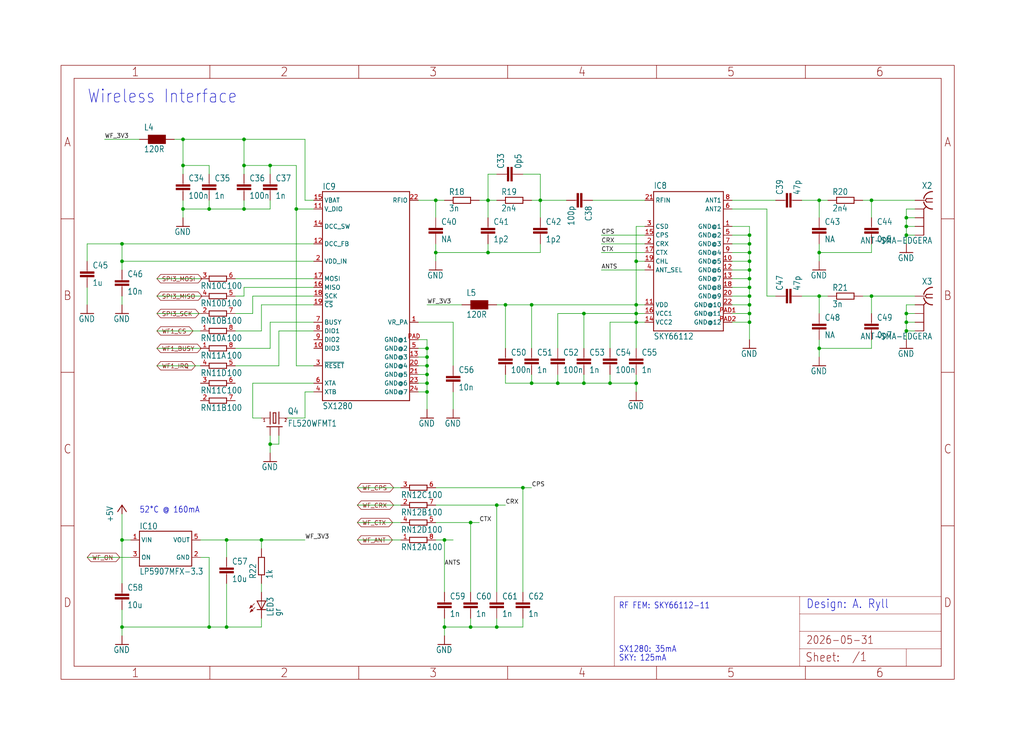
<source format=kicad_sch>
(kicad_sch (version 20231120) (generator "eeschema") (generator_version "8.0")
  (paper "User" 298.45 217.322)
  (junction (at 238.76 58.42))
  (junction (at 218.44 88.9))
  (junction (at 177.8 111.76))
  (junction (at 264.16 91.44))
  (junction (at 218.44 93.98))
  (junction (at 129.54 182.88))
  (junction (at 35.56 157.48))
  (junction (at 124.46 114.3))
  (junction (at 185.42 76.2))
  (junction (at 238.76 86.36))
  (junction (at 152.4 142.24))
  (junction (at 137.16 152.4))
  (junction (at 76.2 157.48))
  (junction (at 185.42 88.9))
  (junction (at 71.12 48.26))
  (junction (at 86.36 60.96))
  (junction (at 35.56 76.2))
  (junction (at 71.12 40.64))
  (junction (at 78.74 129.54))
  (junction (at 142.24 73.66))
  (junction (at 127 73.66))
  (junction (at 264.16 68.58))
  (junction (at 218.44 91.44))
  (junction (at 147.32 88.9))
  (junction (at 124.46 106.68))
  (junction (at 185.42 93.98))
  (junction (at 254 86.36))
  (junction (at 124.46 109.22))
  (junction (at 218.44 71.12))
  (junction (at 154.94 111.76))
  (junction (at 53.34 40.64))
  (junction (at 238.76 73.66))
  (junction (at 78.74 48.26))
  (junction (at 238.76 101.6))
  (junction (at 35.56 71.12))
  (junction (at 60.96 182.88))
  (junction (at 218.44 86.36))
  (junction (at 124.46 101.6))
  (junction (at 53.34 60.96))
  (junction (at 218.44 73.66))
  (junction (at 254 58.42))
  (junction (at 142.24 58.42))
  (junction (at 218.44 68.58))
  (junction (at 218.44 78.74))
  (junction (at 144.78 182.88))
  (junction (at 157.48 58.42))
  (junction (at 124.46 111.76))
  (junction (at 66.04 157.48))
  (junction (at 129.54 157.48))
  (junction (at 170.18 111.76))
  (junction (at 60.96 60.96))
  (junction (at 264.16 63.5))
  (junction (at 137.16 182.88))
  (junction (at 264.16 96.52))
  (junction (at 170.18 91.44))
  (junction (at 218.44 83.82))
  (junction (at 264.16 93.98))
  (junction (at 127 58.42))
  (junction (at 35.56 182.88))
  (junction (at 162.56 111.76))
  (junction (at 264.16 66.04))
  (junction (at 218.44 76.2))
  (junction (at 66.04 182.88))
  (junction (at 154.94 88.9))
  (junction (at 185.42 91.44))
  (junction (at 124.46 104.14))
  (junction (at 185.42 111.76))
  (junction (at 218.44 81.28))
  (junction (at 53.34 48.26))
  (junction (at 71.12 60.96))
  (junction (at 144.78 147.32))
  (wire (pts (xy 73.66 86.36) (xy 91.44 86.36)) (stroke (width 0.1524)))
  (wire (pts (xy 213.36 71.12) (xy 218.44 71.12)) (stroke (width 0.1524)))
  (wire (pts (xy 35.56 157.48) (xy 35.56 149.86)) (stroke (width 0.1524)))
  (wire (pts (xy 218.44 86.36) (xy 218.44 88.9)) (stroke (width 0.1524)))
  (wire (pts (xy 68.58 101.6) (xy 78.74 101.6)) (stroke (width 0.1524)))
  (wire (pts (xy 76.2 96.52) (xy 76.2 88.9)) (stroke (width 0.1524)))
  (wire (pts (xy 254 101.6) (xy 254 99.06)) (stroke (width 0.1524)))
  (wire (pts (xy 238.76 73.66) (xy 254 73.66)) (stroke (width 0.1524)))
  (wire (pts (xy 76.2 121.92) (xy 73.66 121.92)) (stroke (width 0.1524)))
  (wire (pts (xy 58.42 157.48) (xy 66.04 157.48)) (stroke (width 0.1524)))
  (wire (pts (xy 144.78 88.9) (xy 147.32 88.9)) (stroke (width 0.1524)))
  (wire (pts (xy 91.44 111.76) (xy 73.66 111.76)) (stroke (width 0.1524)))
  (wire (pts (xy 218.44 78.74) (xy 218.44 81.28)) (stroke (width 0.1524)))
  (wire (pts (xy 25.4 71.12) (xy 35.56 71.12)) (stroke (width 0.1524)))
  (wire (pts (xy 91.44 106.68) (xy 86.36 106.68)) (stroke (width 0.1524)))
  (wire (pts (xy 121.92 104.14) (xy 124.46 104.14)) (stroke (width 0.1524)))
  (wire (pts (xy 152.4 142.24) (xy 152.4 172.72)) (stroke (width 0.1524)))
  (wire (pts (xy 73.66 111.76) (xy 73.66 121.92)) (stroke (width 0.1524)))
  (wire (pts (xy 66.04 170.18) (xy 66.04 182.88)) (stroke (width 0.1524)))
  (wire (pts (xy 238.76 101.6) (xy 238.76 99.06)) (stroke (width 0.1524)))
  (wire (pts (xy 71.12 86.36) (xy 71.12 83.82)) (stroke (width 0.1524)))
  (wire (pts (xy 35.56 78.74) (xy 35.56 76.2)) (stroke (width 0.1524)))
  (wire (pts (xy 266.7 86.36) (xy 254 86.36)) (stroke (width 0.1524)))
  (wire (pts (xy 35.56 76.2) (xy 35.56 71.12)) (stroke (width 0.1524)))
  (wire (pts (xy 78.74 48.26) (xy 86.36 48.26)) (stroke (width 0.1524)))
  (wire (pts (xy 81.28 127) (xy 81.28 129.54)) (stroke (width 0.1524)))
  (wire (pts (xy 154.94 111.76) (xy 162.56 111.76)) (stroke (width 0.1524)))
  (wire (pts (xy 157.48 58.42) (xy 157.48 50.8)) (stroke (width 0.1524)))
  (wire (pts (xy 162.56 109.22) (xy 162.56 111.76)) (stroke (width 0.1524)))
  (wire (pts (xy 264.16 88.9) (xy 264.16 91.44)) (stroke (width 0.1524)))
  (wire (pts (xy 264.16 66.04) (xy 266.7 66.04)) (stroke (width 0.1524)))
  (wire (pts (xy 238.76 101.6) (xy 254 101.6)) (stroke (width 0.1524)))
  (wire (pts (xy 127 76.2) (xy 127 73.66)) (stroke (width 0.1524)))
  (wire (pts (xy 78.74 93.98) (xy 91.44 93.98)) (stroke (width 0.1524)))
  (wire (pts (xy 154.94 111.76) (xy 154.94 109.22)) (stroke (width 0.1524)))
  (wire (pts (xy 60.96 50.8) (xy 60.96 48.26)) (stroke (width 0.1524)))
  (wire (pts (xy 264.16 96.52) (xy 264.16 99.06)) (stroke (width 0.1524)))
  (wire (pts (xy 177.8 93.98) (xy 177.8 101.6)) (stroke (width 0.1524)))
  (wire (pts (xy 177.8 109.22) (xy 177.8 111.76)) (stroke (width 0.1524)))
  (wire (pts (xy 144.78 180.34) (xy 144.78 182.88)) (stroke (width 0.1524)))
  (wire (pts (xy 132.08 119.38) (xy 132.08 114.3)) (stroke (width 0.1524)))
  (wire (pts (xy 66.04 182.88) (xy 60.96 182.88)) (stroke (width 0.1524)))
  (wire (pts (xy 68.58 96.52) (xy 76.2 96.52)) (stroke (width 0.1524)))
  (wire (pts (xy 73.66 91.44) (xy 73.66 86.36)) (stroke (width 0.1524)))
  (wire (pts (xy 218.44 83.82) (xy 218.44 86.36)) (stroke (width 0.1524)))
  (wire (pts (xy 129.54 182.88) (xy 129.54 180.34)) (stroke (width 0.1524)))
  (wire (pts (xy 187.96 66.04) (xy 185.42 66.04)) (stroke (width 0.1524)))
  (wire (pts (xy 53.34 40.64) (xy 53.34 48.26)) (stroke (width 0.1524)))
  (wire (pts (xy 121.92 99.06) (xy 124.46 99.06)) (stroke (width 0.1524)))
  (wire (pts (xy 78.74 60.96) (xy 71.12 60.96)) (stroke (width 0.1524)))
  (wire (pts (xy 129.54 157.48) (xy 132.08 157.48)) (stroke (width 0.1524)))
  (wire (pts (xy 60.96 60.96) (xy 53.34 60.96)) (stroke (width 0.1524)))
  (wire (pts (xy 134.62 88.9) (xy 124.46 88.9)) (stroke (width 0.1524)))
  (wire (pts (xy 40.64 40.64) (xy 30.48 40.64)) (stroke (width 0.1524)))
  (wire (pts (xy 76.2 160.02) (xy 76.2 157.48)) (stroke (width 0.1524)))
  (wire (pts (xy 266.7 91.44) (xy 264.16 91.44)) (stroke (width 0.1524)))
  (wire (pts (xy 53.34 48.26) (xy 53.34 50.8)) (stroke (width 0.1524)))
  (wire (pts (xy 187.96 88.9) (xy 185.42 88.9)) (stroke (width 0.1524)))
  (wire (pts (xy 213.36 86.36) (xy 218.44 86.36)) (stroke (width 0.1524)))
  (wire (pts (xy 86.36 106.68) (xy 86.36 60.96)) (stroke (width 0.1524)))
  (wire (pts (xy 91.44 76.2) (xy 35.56 76.2)) (stroke (width 0.1524)))
  (wire (pts (xy 213.36 66.04) (xy 218.44 66.04)) (stroke (width 0.1524)))
  (wire (pts (xy 254 73.66) (xy 254 71.12)) (stroke (width 0.1524)))
  (wire (pts (xy 81.28 106.68) (xy 81.28 96.52)) (stroke (width 0.1524)))
  (wire (pts (xy 264.16 93.98) (xy 264.16 96.52)) (stroke (width 0.1524)))
  (wire (pts (xy 218.44 91.44) (xy 218.44 93.98)) (stroke (width 0.1524)))
  (wire (pts (xy 91.44 114.3) (xy 88.9 114.3)) (stroke (width 0.1524)))
  (wire (pts (xy 142.24 73.66) (xy 157.48 73.66)) (stroke (width 0.1524)))
  (wire (pts (xy 58.42 106.68) (xy 45.72 106.68)) (stroke (width 0.1524)))
  (wire (pts (xy 60.96 48.26) (xy 53.34 48.26)) (stroke (width 0.1524)))
  (wire (pts (xy 142.24 58.42) (xy 144.78 58.42)) (stroke (width 0.1524)))
  (wire (pts (xy 78.74 101.6) (xy 78.74 93.98)) (stroke (width 0.1524)))
  (wire (pts (xy 147.32 111.76) (xy 154.94 111.76)) (stroke (width 0.1524)))
  (wire (pts (xy 254 91.44) (xy 254 86.36)) (stroke (width 0.1524)))
  (wire (pts (xy 35.56 88.9) (xy 35.56 86.36)) (stroke (width 0.1524)))
  (wire (pts (xy 58.42 91.44) (xy 45.72 91.44)) (stroke (width 0.1524)))
  (wire (pts (xy 35.56 71.12) (xy 91.44 71.12)) (stroke (width 0.1524)))
  (wire (pts (xy 157.48 73.66) (xy 157.48 71.12)) (stroke (width 0.1524)))
  (wire (pts (xy 185.42 114.3) (xy 185.42 111.76)) (stroke (width 0.1524)))
  (wire (pts (xy 124.46 106.68) (xy 124.46 109.22)) (stroke (width 0.1524)))
  (wire (pts (xy 121.92 109.22) (xy 124.46 109.22)) (stroke (width 0.1524)))
  (wire (pts (xy 144.78 147.32) (xy 144.78 172.72)) (stroke (width 0.1524)))
  (wire (pts (xy 53.34 60.96) (xy 53.34 58.42)) (stroke (width 0.1524)))
  (wire (pts (xy 213.36 58.42) (xy 226.06 58.42)) (stroke (width 0.1524)))
  (wire (pts (xy 154.94 88.9) (xy 147.32 88.9)) (stroke (width 0.1524)))
  (wire (pts (xy 137.16 182.88) (xy 144.78 182.88)) (stroke (width 0.1524)))
  (wire (pts (xy 60.96 182.88) (xy 60.96 162.56)) (stroke (width 0.1524)))
  (wire (pts (xy 121.92 106.68) (xy 124.46 106.68)) (stroke (width 0.1524)))
  (wire (pts (xy 127 58.42) (xy 127 63.5)) (stroke (width 0.1524)))
  (wire (pts (xy 78.74 58.42) (xy 78.74 60.96)) (stroke (width 0.1524)))
  (wire (pts (xy 35.56 182.88) (xy 60.96 182.88)) (stroke (width 0.1524)))
  (wire (pts (xy 88.9 58.42) (xy 91.44 58.42)) (stroke (width 0.1524)))
  (wire (pts (xy 127 142.24) (xy 152.4 142.24)) (stroke (width 0.1524)))
  (wire (pts (xy 68.58 91.44) (xy 73.66 91.44)) (stroke (width 0.1524)))
  (wire (pts (xy 187.96 78.74) (xy 175.26 78.74)) (stroke (width 0.1524)))
  (wire (pts (xy 127 147.32) (xy 144.78 147.32)) (stroke (width 0.1524)))
  (wire (pts (xy 154.94 88.9) (xy 154.94 101.6)) (stroke (width 0.1524)))
  (wire (pts (xy 60.96 162.56) (xy 58.42 162.56)) (stroke (width 0.1524)))
  (wire (pts (xy 91.44 81.28) (xy 68.58 81.28)) (stroke (width 0.1524)))
  (wire (pts (xy 86.36 60.96) (xy 91.44 60.96)) (stroke (width 0.1524)))
  (wire (pts (xy 213.36 81.28) (xy 218.44 81.28)) (stroke (width 0.1524)))
  (wire (pts (xy 157.48 50.8) (xy 152.4 50.8)) (stroke (width 0.1524)))
  (wire (pts (xy 213.36 73.66) (xy 218.44 73.66)) (stroke (width 0.1524)))
  (wire (pts (xy 142.24 63.5) (xy 142.24 58.42)) (stroke (width 0.1524)))
  (wire (pts (xy 86.36 48.26) (xy 86.36 60.96)) (stroke (width 0.1524)))
  (wire (pts (xy 121.92 111.76) (xy 124.46 111.76)) (stroke (width 0.1524)))
  (wire (pts (xy 187.96 73.66) (xy 175.26 73.66)) (stroke (width 0.1524)))
  (wire (pts (xy 71.12 48.26) (xy 71.12 40.64)) (stroke (width 0.1524)))
  (wire (pts (xy 185.42 93.98) (xy 177.8 93.98)) (stroke (width 0.1524)))
  (wire (pts (xy 170.18 91.44) (xy 162.56 91.44)) (stroke (width 0.1524)))
  (wire (pts (xy 238.76 86.36) (xy 233.68 86.36)) (stroke (width 0.1524)))
  (wire (pts (xy 71.12 48.26) (xy 71.12 50.8)) (stroke (width 0.1524)))
  (wire (pts (xy 238.76 73.66) (xy 238.76 71.12)) (stroke (width 0.1524)))
  (wire (pts (xy 213.36 88.9) (xy 218.44 88.9)) (stroke (width 0.1524)))
  (wire (pts (xy 66.04 157.48) (xy 76.2 157.48)) (stroke (width 0.1524)))
  (wire (pts (xy 266.7 88.9) (xy 264.16 88.9)) (stroke (width 0.1524)))
  (wire (pts (xy 144.78 182.88) (xy 152.4 182.88)) (stroke (width 0.1524)))
  (wire (pts (xy 152.4 142.24) (xy 154.94 142.24)) (stroke (width 0.1524)))
  (wire (pts (xy 88.9 114.3) (xy 88.9 121.92)) (stroke (width 0.1524)))
  (wire (pts (xy 76.2 157.48) (xy 88.9 157.48)) (stroke (width 0.1524)))
  (wire (pts (xy 124.46 104.14) (xy 124.46 106.68)) (stroke (width 0.1524)))
  (wire (pts (xy 238.76 58.42) (xy 241.3 58.42)) (stroke (width 0.1524)))
  (wire (pts (xy 213.36 83.82) (xy 218.44 83.82)) (stroke (width 0.1524)))
  (wire (pts (xy 238.76 104.14) (xy 238.76 101.6)) (stroke (width 0.1524)))
  (wire (pts (xy 223.52 60.96) (xy 223.52 86.36)) (stroke (width 0.1524)))
  (wire (pts (xy 142.24 73.66) (xy 142.24 71.12)) (stroke (width 0.1524)))
  (wire (pts (xy 71.12 60.96) (xy 71.12 58.42)) (stroke (width 0.1524)))
  (wire (pts (xy 187.96 91.44) (xy 185.42 91.44)) (stroke (width 0.1524)))
  (wire (pts (xy 157.48 58.42) (xy 157.48 63.5)) (stroke (width 0.1524)))
  (wire (pts (xy 266.7 63.5) (xy 264.16 63.5)) (stroke (width 0.1524)))
  (wire (pts (xy 58.42 86.36) (xy 45.72 86.36)) (stroke (width 0.1524)))
  (wire (pts (xy 71.12 60.96) (xy 60.96 60.96)) (stroke (width 0.1524)))
  (wire (pts (xy 116.84 157.48) (xy 104.14 157.48)) (stroke (width 0.1524)))
  (wire (pts (xy 264.16 60.96) (xy 264.16 63.5)) (stroke (width 0.1524)))
  (wire (pts (xy 266.7 58.42) (xy 254 58.42)) (stroke (width 0.1524)))
  (wire (pts (xy 170.18 91.44) (xy 170.18 101.6)) (stroke (width 0.1524)))
  (wire (pts (xy 266.7 60.96) (xy 264.16 60.96)) (stroke (width 0.1524)))
  (wire (pts (xy 223.52 86.36) (xy 226.06 86.36)) (stroke (width 0.1524)))
  (wire (pts (xy 213.36 60.96) (xy 223.52 60.96)) (stroke (width 0.1524)))
  (wire (pts (xy 218.44 88.9) (xy 218.44 91.44)) (stroke (width 0.1524)))
  (wire (pts (xy 142.24 50.8) (xy 142.24 58.42)) (stroke (width 0.1524)))
  (wire (pts (xy 58.42 96.52) (xy 45.72 96.52)) (stroke (width 0.1524)))
  (wire (pts (xy 116.84 152.4) (xy 104.14 152.4)) (stroke (width 0.1524)))
  (wire (pts (xy 76.2 88.9) (xy 91.44 88.9)) (stroke (width 0.1524)))
  (wire (pts (xy 187.96 76.2) (xy 185.42 76.2)) (stroke (width 0.1524)))
  (wire (pts (xy 238.76 76.2) (xy 238.76 73.66)) (stroke (width 0.1524)))
  (wire (pts (xy 35.56 170.18) (xy 35.56 157.48)) (stroke (width 0.1524)))
  (wire (pts (xy 185.42 93.98) (xy 185.42 91.44)) (stroke (width 0.1524)))
  (wire (pts (xy 266.7 68.58) (xy 264.16 68.58)) (stroke (width 0.1524)))
  (wire (pts (xy 177.8 111.76) (xy 185.42 111.76)) (stroke (width 0.1524)))
  (wire (pts (xy 81.28 96.52) (xy 91.44 96.52)) (stroke (width 0.1524)))
  (wire (pts (xy 71.12 48.26) (xy 78.74 48.26)) (stroke (width 0.1524)))
  (wire (pts (xy 68.58 106.68) (xy 81.28 106.68)) (stroke (width 0.1524)))
  (wire (pts (xy 187.96 71.12) (xy 175.26 71.12)) (stroke (width 0.1524)))
  (wire (pts (xy 218.44 81.28) (xy 218.44 83.82)) (stroke (width 0.1524)))
  (wire (pts (xy 121.92 93.98) (xy 132.08 93.98)) (stroke (width 0.1524)))
  (wire (pts (xy 238.76 58.42) (xy 233.68 58.42)) (stroke (width 0.1524)))
  (wire (pts (xy 266.7 96.52) (xy 264.16 96.52)) (stroke (width 0.1524)))
  (wire (pts (xy 139.7 58.42) (xy 142.24 58.42)) (stroke (width 0.1524)))
  (wire (pts (xy 185.42 101.6) (xy 185.42 93.98)) (stroke (width 0.1524)))
  (wire (pts (xy 83.82 121.92) (xy 88.9 121.92)) (stroke (width 0.1524)))
  (wire (pts (xy 78.74 129.54) (xy 81.28 129.54)) (stroke (width 0.1524)))
  (wire (pts (xy 53.34 40.64) (xy 50.8 40.64)) (stroke (width 0.1524)))
  (wire (pts (xy 218.44 71.12) (xy 218.44 73.66)) (stroke (width 0.1524)))
  (wire (pts (xy 264.16 66.04) (xy 264.16 68.58)) (stroke (width 0.1524)))
  (wire (pts (xy 66.04 182.88) (xy 76.2 182.88)) (stroke (width 0.1524)))
  (wire (pts (xy 152.4 180.34) (xy 152.4 182.88)) (stroke (width 0.1524)))
  (wire (pts (xy 68.58 86.36) (xy 71.12 86.36)) (stroke (width 0.1524)))
  (wire (pts (xy 185.42 76.2) (xy 185.42 66.04)) (stroke (width 0.1524)))
  (wire (pts (xy 213.36 76.2) (xy 218.44 76.2)) (stroke (width 0.1524)))
  (wire (pts (xy 238.76 86.36) (xy 241.3 86.36)) (stroke (width 0.1524)))
  (wire (pts (xy 238.76 86.36) (xy 238.76 91.44)) (stroke (width 0.1524)))
  (wire (pts (xy 170.18 109.22) (xy 170.18 111.76)) (stroke (width 0.1524)))
  (wire (pts (xy 137.16 152.4) (xy 137.16 172.72)) (stroke (width 0.1524)))
  (wire (pts (xy 218.44 68.58) (xy 218.44 71.12)) (stroke (width 0.1524)))
  (wire (pts (xy 264.16 91.44) (xy 264.16 93.98)) (stroke (width 0.1524)))
  (wire (pts (xy 144.78 147.32) (xy 147.32 147.32)) (stroke (width 0.1524)))
  (wire (pts (xy 71.12 83.82) (xy 91.44 83.82)) (stroke (width 0.1524)))
  (wire (pts (xy 170.18 111.76) (xy 177.8 111.76)) (stroke (width 0.1524)))
  (wire (pts (xy 127 73.66) (xy 142.24 73.66)) (stroke (width 0.1524)))
  (wire (pts (xy 254 63.5) (xy 254 58.42)) (stroke (width 0.1524)))
  (wire (pts (xy 116.84 147.32) (xy 104.14 147.32)) (stroke (width 0.1524)))
  (wire (pts (xy 76.2 172.72) (xy 76.2 170.18)) (stroke (width 0.1524)))
  (wire (pts (xy 129.54 185.42) (xy 129.54 182.88)) (stroke (width 0.1524)))
  (wire (pts (xy 147.32 111.76) (xy 147.32 109.22)) (stroke (width 0.1524)))
  (wire (pts (xy 213.36 78.74) (xy 218.44 78.74)) (stroke (width 0.1524)))
  (wire (pts (xy 58.42 81.28) (xy 45.72 81.28)) (stroke (width 0.1524)))
  (wire (pts (xy 129.54 157.48) (xy 129.54 172.72)) (stroke (width 0.1524)))
  (wire (pts (xy 218.44 73.66) (xy 218.44 76.2)) (stroke (width 0.1524)))
  (wire (pts (xy 25.4 88.9) (xy 25.4 83.82)) (stroke (width 0.1524)))
  (wire (pts (xy 127 152.4) (xy 137.16 152.4)) (stroke (width 0.1524)))
  (wire (pts (xy 124.46 99.06) (xy 124.46 101.6)) (stroke (width 0.1524)))
  (wire (pts (xy 124.46 101.6) (xy 124.46 104.14)) (stroke (width 0.1524)))
  (wire (pts (xy 53.34 63.5) (xy 53.34 60.96)) (stroke (width 0.1524)))
  (wire (pts (xy 35.56 185.42) (xy 35.56 182.88)) (stroke (width 0.1524)))
  (wire (pts (xy 185.42 88.9) (xy 154.94 88.9)) (stroke (width 0.1524)))
  (wire (pts (xy 121.92 58.42) (xy 127 58.42)) (stroke (width 0.1524)))
  (wire (pts (xy 154.94 58.42) (xy 157.48 58.42)) (stroke (width 0.1524)))
  (wire (pts (xy 137.16 152.4) (xy 139.7 152.4)) (stroke (width 0.1524)))
  (wire (pts (xy 116.84 142.24) (xy 104.14 142.24)) (stroke (width 0.1524)))
  (wire (pts (xy 127 58.42) (xy 129.54 58.42)) (stroke (width 0.1524)))
  (wire (pts (xy 238.76 58.42) (xy 238.76 63.5)) (stroke (width 0.1524)))
  (wire (pts (xy 185.42 91.44) (xy 185.42 88.9)) (stroke (width 0.1524)))
  (wire (pts (xy 162.56 111.76) (xy 170.18 111.76)) (stroke (width 0.1524)))
  (wire (pts (xy 218.44 93.98) (xy 218.44 99.06)) (stroke (width 0.1524)))
  (wire (pts (xy 60.96 58.42) (xy 60.96 60.96)) (stroke (width 0.1524)))
  (wire (pts (xy 157.48 58.42) (xy 165.1 58.42)) (stroke (width 0.1524)))
  (wire (pts (xy 121.92 114.3) (xy 124.46 114.3)) (stroke (width 0.1524)))
  (wire (pts (xy 127 73.66) (xy 127 71.12)) (stroke (width 0.1524)))
  (wire (pts (xy 185.42 111.76) (xy 185.42 109.22)) (stroke (width 0.1524)))
  (wire (pts (xy 88.9 40.64) (xy 88.9 58.42)) (stroke (width 0.1524)))
  (wire (pts (xy 121.92 101.6) (xy 124.46 101.6)) (stroke (width 0.1524)))
  (wire (pts (xy 71.12 40.64) (xy 88.9 40.64)) (stroke (width 0.1524)))
  (wire (pts (xy 38.1 157.48) (xy 35.56 157.48)) (stroke (width 0.1524)))
  (wire (pts (xy 218.44 66.04) (xy 218.44 68.58)) (stroke (width 0.1524)))
  (wire (pts (xy 264.16 68.58) (xy 264.16 71.12)) (stroke (width 0.1524)))
  (wire (pts (xy 218.44 76.2) (xy 218.44 78.74)) (stroke (width 0.1524)))
  (wire (pts (xy 172.72 58.42) (xy 187.96 58.42)) (stroke (width 0.1524)))
  (wire (pts (xy 187.96 93.98) (xy 185.42 93.98)) (stroke (width 0.1524)))
  (wire (pts (xy 185.42 91.44) (xy 170.18 91.44)) (stroke (width 0.1524)))
  (wire (pts (xy 144.78 50.8) (xy 142.24 50.8)) (stroke (width 0.1524)))
  (wire (pts (xy 66.04 157.48) (xy 66.04 162.56)) (stroke (width 0.1524)))
  (wire (pts (xy 78.74 129.54) (xy 78.74 127)) (stroke (width 0.1524)))
  (wire (pts (xy 254 86.36) (xy 251.46 86.36)) (stroke (width 0.1524)))
  (wire (pts (xy 266.7 93.98) (xy 264.16 93.98)) (stroke (width 0.1524)))
  (wire (pts (xy 124.46 111.76) (xy 124.46 114.3)) (stroke (width 0.1524)))
  (wire (pts (xy 137.16 180.34) (xy 137.16 182.88)) (stroke (width 0.1524)))
  (wire (pts (xy 264.16 63.5) (xy 264.16 66.04)) (stroke (width 0.1524)))
  (wire (pts (xy 124.46 109.22) (xy 124.46 111.76)) (stroke (width 0.1524)))
  (wire (pts (xy 78.74 132.08) (xy 78.74 129.54)) (stroke (width 0.1524)))
  (wire (pts (xy 58.42 101.6) (xy 45.72 101.6)) (stroke (width 0.1524)))
  (wire (pts (xy 78.74 50.8) (xy 78.74 48.26)) (stroke (width 0.1524)))
  (wire (pts (xy 254 58.42) (xy 251.46 58.42)) (stroke (width 0.1524)))
  (wire (pts (xy 213.36 93.98) (xy 218.44 93.98)) (stroke (width 0.1524)))
  (wire (pts (xy 187.96 68.58) (xy 175.26 68.58)) (stroke (width 0.1524)))
  (wire (pts (xy 53.34 40.64) (xy 71.12 40.64)) (stroke (width 0.1524)))
  (wire (pts (xy 129.54 182.88) (xy 137.16 182.88)) (stroke (width 0.1524)))
  (wire (pts (xy 35.56 182.88) (xy 35.56 177.8)) (stroke (width 0.1524)))
  (wire (pts (xy 132.08 93.98) (xy 132.08 106.68)) (stroke (width 0.1524)))
  (wire (pts (xy 213.36 68.58) (xy 218.44 68.58)) (stroke (width 0.1524)))
  (wire (pts (xy 76.2 182.88) (xy 76.2 180.34)) (stroke (width 0.1524)))
  (wire (pts (xy 25.4 71.12) (xy 25.4 76.2)) (stroke (width 0.1524)))
  (wire (pts (xy 127 157.48) (xy 129.54 157.48)) (stroke (width 0.1524)))
  (wire (pts (xy 147.32 88.9) (xy 147.32 101.6)) (stroke (width 0.1524)))
  (wire (pts (xy 38.1 162.56) (xy 25.4 162.56)) (stroke (width 0.1524)))
  (wire (pts (xy 213.36 91.44) (xy 218.44 91.44)) (stroke (width 0.1524)))
  (wire (pts (xy 124.46 114.3) (xy 124.46 119.38)) (stroke (width 0.1524)))
  (wire (pts (xy 162.56 91.44) (xy 162.56 101.6)) (stroke (width 0.1524)))
  (wire (pts (xy 185.42 76.2) (xy 185.42 88.9)) (stroke (width 0.1524)))
  (text "SX1280: 35mA" (at 180.34 190.5 0) (effects (font (size 1.778 1.5113)) (justify left bottom)))
  (text "52°C @ 160mA" (at 40.64 149.86 0) (effects (font (size 1.778 1.5113)) (justify left bottom)))
  (text "Wireless Interface" (at 25.4 30.48 0) (effects (font (size 3.81 3.2385)) (justify left bottom)))
  (text "RF FEM: SKY66112-11" (at 180.34 177.8 0) (effects (font (size 1.778 1.5113)) (justify left bottom)))
  (text "SKY: 125mA" (at 180.34 193.04 0) (effects (font (size 1.778 1.5113)) (justify left bottom)))
  (text "Design: A. Ryll" (at 234.95 177.8 0) (effects (font (size 2.54 2.159)) (justify left bottom)))
  (label "WF_3V3" (at 30.48 40.64 0) (effects (font (size 1.2446 1.2446))))
  (label "CPS" (at 175.26 68.58 0) (effects (font (size 1.2446 1.2446))))
  (label "CRX" (at 147.32 147.32 0) (effects (font (size 1.2446 1.2446))))
  (label "ANTS" (at 175.26 78.74 0) (effects (font (size 1.2446 1.2446))))
  (label "CTX" (at 175.26 73.66 0) (effects (font (size 1.2446 1.2446))))
  (label "CRX" (at 175.26 71.12 0) (effects (font (size 1.2446 1.2446))))
  (label "WF_3V3" (at 88.9 157.48 0) (effects (font (size 1.2446 1.2446))))
  (label "WF_3V3" (at 124.46 88.9 0) (effects (font (size 1.2446 1.2446))))
  (label "ANTS" (at 129.54 165.1 0) (effects (font (size 1.2446 1.2446))))
  (label "CPS" (at 154.94 142.24 0) (effects (font (size 1.2446 1.2446))))
  (label "CTX" (at 139.7 152.4 0) (effects (font (size 1.2446 1.2446))))
  (global_label "WF1_BUSY" (shape bidirectional) (at 45.72 101.6 0) (effects (font (size 1.2446 1.2446))) (property "Intersheetrefs" "${INTERSHEET_REFS}" (effects (hide yes))))
  (global_label "SPI3_SCK" (shape bidirectional) (at 45.72 91.44 0) (effects (font (size 1.2446 1.2446))) (property "Intersheetrefs" "${INTERSHEET_REFS}" (effects (hide yes))))
  (global_label "WF_CPS" (shape bidirectional) (at 104.14 142.24 0) (effects (font (size 1.2446 1.2446))) (property "Intersheetrefs" "${INTERSHEET_REFS}" (effects (hide yes))))
  (global_label "WF_ON" (shape bidirectional) (at 25.4 162.56 0) (effects (font (size 1.2446 1.2446))) (property "Intersheetrefs" "${INTERSHEET_REFS}" (effects (hide yes))))
  (global_label "SPI3_MOSI" (shape bidirectional) (at 45.72 81.28 0) (effects (font (size 1.2446 1.2446))) (property "Intersheetrefs" "${INTERSHEET_REFS}" (effects (hide yes))))
  (global_label "WF1_IRQ" (shape bidirectional) (at 45.72 106.68 0) (effects (font (size 1.2446 1.2446))) (property "Intersheetrefs" "${INTERSHEET_REFS}" (effects (hide yes))))
  (global_label "WF_CTX" (shape bidirectional) (at 104.14 152.4 0) (effects (font (size 1.2446 1.2446))) (property "Intersheetrefs" "${INTERSHEET_REFS}" (effects (hide yes))))
  (global_label "WF_ANT" (shape bidirectional) (at 104.14 157.48 0) (effects (font (size 1.2446 1.2446))) (property "Intersheetrefs" "${INTERSHEET_REFS}" (effects (hide yes))))
  (global_label "WF_CRX" (shape bidirectional) (at 104.14 147.32 0) (effects (font (size 1.2446 1.2446))) (property "Intersheetrefs" "${INTERSHEET_REFS}" (effects (hide yes))))
  (global_label "SPI3_MISO" (shape bidirectional) (at 45.72 86.36 0) (effects (font (size 1.2446 1.2446))) (property "Intersheetrefs" "${INTERSHEET_REFS}" (effects (hide yes))))
  (global_label "WF1_CS" (shape bidirectional) (at 45.72 96.52 0) (effects (font (size 1.2446 1.2446))) (property "Intersheetrefs" "${INTERSHEET_REFS}" (effects (hide yes))))
  (symbol (lib_id "Base Station v3b-eagle-import:ANT-SMA-EDGERA") (at 269.24 86.36 0) (mirror y) (unit 1)
    (property "Reference" "X3" (at 271.78 83.058 0) (effects (font (size 1.778 1.5113)) (justify left bottom)))
    (property "Value" "ANT-SMA-EDGERA" (at 271.78 99.06 0) (effects (font (size 1.778 1.5113)) (justify left bottom)))
    (property "Footprint" "Base Station v3b:ANT-SMA-RA" (effects (hide yes)))
  )
  (symbol (lib_id "Base Station v3b-eagle-import:GND") (at 132.08 121.92 0) (unit 1)
    (property "Reference" "#GND047" (effects (hide yes)))
    (property "Value" "GND" (at 129.54 124.46 0) (effects (font (size 1.778 1.5113)) (justify left bottom)))
  )
  (symbol (lib_id "Base Station v3b-eagle-import:GND") (at 35.56 91.44 0) (unit 1)
    (property "Reference" "#GND044" (effects (hide yes)))
    (property "Value" "GND" (at 33.02 93.98 0) (effects (font (size 1.778 1.5113)) (justify left bottom)))
  )
  (symbol (lib_id "Base Station v3b-eagle-import:C-EUC0603") (at 152.4 175.26 0) (unit 1)
    (property "Reference" "C62" (at 153.924 174.879 0) (effects (font (size 1.778 1.5113)) (justify left bottom)))
    (property "Value" "1n" (at 153.924 179.959 0) (effects (font (size 1.778 1.5113)) (justify left bottom)))
    (property "Footprint" "Base Station v3b:C0603" (effects (hide yes)))
  )
  (symbol (lib_id "Base Station v3b-eagle-import:C-EUC0603") (at 35.56 81.28 0) (unit 1)
    (property "Reference" "C46" (at 37.084 80.899 0) (effects (font (size 1.778 1.5113)) (justify left bottom)))
    (property "Value" "10n" (at 37.084 85.979 0) (effects (font (size 1.778 1.5113)) (justify left bottom)))
    (property "Footprint" "Base Station v3b:C0603" (effects (hide yes)))
  )
  (symbol (lib_id "Base Station v3b-eagle-import:C-EUC0402") (at 127 66.04 0) (unit 1)
    (property "Reference" "C40" (at 128.524 65.659 0) (effects (font (size 1.778 1.5113)) (justify left bottom)))
    (property "Value" "NA" (at 128.524 70.739 0) (effects (font (size 1.778 1.5113)) (justify left bottom)))
    (property "Footprint" "Base Station v3b:C0402" (effects (hide yes)))
  )
  (symbol (lib_id "Base Station v3b-eagle-import:GND") (at 238.76 78.74 0) (unit 1)
    (property "Reference" "#GND054" (effects (hide yes)))
    (property "Value" "GND" (at 236.22 81.28 0) (effects (font (size 1.778 1.5113)) (justify left bottom)))
  )
  (symbol (lib_id "Base Station v3b-eagle-import:C-EUC0603") (at 53.34 53.34 0) (unit 1)
    (property "Reference" "C34" (at 54.864 52.959 0) (effects (font (size 1.778 1.5113)) (justify left bottom)))
    (property "Value" "100n" (at 54.864 58.039 0) (effects (font (size 1.778 1.5113)) (justify left bottom)))
    (property "Footprint" "Base Station v3b:C0603" (effects (hide yes)))
  )
  (symbol (lib_id "Base Station v3b-eagle-import:C-EUC0603") (at 144.78 175.26 0) (unit 1)
    (property "Reference" "C61" (at 146.304 174.879 0) (effects (font (size 1.778 1.5113)) (justify left bottom)))
    (property "Value" "1n" (at 146.304 179.959 0) (effects (font (size 1.778 1.5113)) (justify left bottom)))
    (property "Footprint" "Base Station v3b:C0603" (effects (hide yes)))
  )
  (symbol (lib_id "Base Station v3b-eagle-import:C-EUC0603") (at 177.8 104.14 0) (unit 1)
    (property "Reference" "C54" (at 179.324 103.759 0) (effects (font (size 1.778 1.5113)) (justify left bottom)))
    (property "Value" "100n" (at 179.324 108.839 0) (effects (font (size 1.778 1.5113)) (justify left bottom)))
    (property "Footprint" "Base Station v3b:C0603" (effects (hide yes)))
  )
  (symbol (lib_id "Base Station v3b-eagle-import:A4L-LOC") (at 17.78 198.12 0) (unit 1)
    (property "Reference" "#FRAME4" (effects (hide yes)))
    (property "Value" "A4L-LOC" (effects (hide yes)))
  )
  (symbol (lib_id "Base Station v3b-eagle-import:C-EUC0603") (at 66.04 165.1 0) (unit 1)
    (property "Reference" "C57" (at 67.564 164.719 0) (effects (font (size 1.778 1.5113)) (justify left bottom)))
    (property "Value" "10u" (at 67.564 169.799 0) (effects (font (size 1.778 1.5113)) (justify left bottom)))
    (property "Footprint" "Base Station v3b:C0603" (effects (hide yes)))
  )
  (symbol (lib_id "Base Station v3b-eagle-import:C-EUC0402") (at 228.6 86.36 90) (unit 1)
    (property "Reference" "C47" (at 228.219 84.836 0) (effects (font (size 1.778 1.5113)) (justify left bottom)))
    (property "Value" "47p" (at 233.299 84.836 0) (effects (font (size 1.778 1.5113)) (justify left bottom)))
    (property "Footprint" "Base Station v3b:C0402" (effects (hide yes)))
  )
  (symbol (lib_id "Base Station v3b-eagle-import:R-EU_R0402") (at 134.62 58.42 0) (unit 1)
    (property "Reference" "R18" (at 130.81 56.9214 0) (effects (font (size 1.778 1.5113)) (justify left bottom)))
    (property "Value" "3n" (at 130.81 61.722 0) (effects (font (size 1.778 1.5113)) (justify left bottom)))
    (property "Footprint" "Base Station v3b:R0402" (effects (hide yes)))
  )
  (symbol (lib_id "Base Station v3b-eagle-import:C-EUC0402") (at 170.18 58.42 270) (unit 1)
    (property "Reference" "C38" (at 170.561 59.944 0) (effects (font (size 1.778 1.5113)) (justify left bottom)))
    (property "Value" "100p" (at 165.481 59.944 0) (effects (font (size 1.778 1.5113)) (justify left bottom)))
    (property "Footprint" "Base Station v3b:C0402" (effects (hide yes)))
  )
  (symbol (lib_id "Base Station v3b-eagle-import:C-EUC0603") (at 129.54 175.26 0) (unit 1)
    (property "Reference" "C59" (at 131.064 174.879 0) (effects (font (size 1.778 1.5113)) (justify left bottom)))
    (property "Value" "1n" (at 131.064 179.959 0) (effects (font (size 1.778 1.5113)) (justify left bottom)))
    (property "Footprint" "Base Station v3b:C0603" (effects (hide yes)))
  )
  (symbol (lib_id "Base Station v3b-eagle-import:R-EU_R0402") (at 246.38 86.36 0) (unit 1)
    (property "Reference" "R21" (at 242.57 84.8614 0) (effects (font (size 1.778 1.5113)) (justify left bottom)))
    (property "Value" "3n" (at 242.57 89.662 0) (effects (font (size 1.778 1.5113)) (justify left bottom)))
    (property "Footprint" "Base Station v3b:R0402" (effects (hide yes)))
  )
  (symbol (lib_id "Base Station v3b-eagle-import:R-EU_R0402") (at 149.86 58.42 0) (unit 1)
    (property "Reference" "R19" (at 146.05 56.9214 0) (effects (font (size 1.778 1.5113)) (justify left bottom)))
    (property "Value" "2n4" (at 146.05 61.722 0) (effects (font (size 1.778 1.5113)) (justify left bottom)))
    (property "Footprint" "Base Station v3b:R0402" (effects (hide yes)))
  )
  (symbol (lib_id "Base Station v3b-eagle-import:WE-CBF_0603") (at 139.7 91.44 0) (unit 1)
    (property "Reference" "L5" (at 135.89 86.36 0) (effects (font (size 1.778 1.5113)) (justify left bottom)))
    (property "Value" "120R" (at 135.89 92.71 0) (effects (font (size 1.778 1.5113)) (justify left bottom)))
    (property "Footprint" "Base Station v3b:0603" (effects (hide yes)))
  )
  (symbol (lib_id "Base Station v3b-eagle-import:4R-NEXB28V") (at 63.5 81.28 0) (unit 3)
    (property "Reference" "RN10" (at 58.42 84.328 0) (effects (font (size 1.778 1.5113)) (justify left bottom)))
    (property "Value" "100" (at 66.04 84.328 0) (effects (font (size 1.778 1.5113)) (justify left bottom)))
    (property "Footprint" "Base Station v3b:EXB28V" (effects (hide yes)))
  )
  (symbol (lib_id "Base Station v3b-eagle-import:GND") (at 238.76 106.68 0) (unit 1)
    (property "Reference" "#GND055" (effects (hide yes)))
    (property "Value" "GND" (at 236.22 109.22 0) (effects (font (size 1.778 1.5113)) (justify left bottom)))
  )
  (symbol (lib_id "Base Station v3b-eagle-import:LEDCHIP-LED0603") (at 76.2 175.26 0) (unit 1)
    (property "Reference" "LED3" (at 79.756 179.832 90) (effects (font (size 1.778 1.5113)) (justify left bottom)))
    (property "Value" "gr" (at 81.915 179.832 90) (effects (font (size 1.778 1.5113)) (justify left bottom)))
    (property "Footprint" "Base Station v3b:CHIP-LED0603" (effects (hide yes)))
  )
  (symbol (lib_id "Base Station v3b-eagle-import:WE-CBF_0603") (at 45.72 43.18 0) (unit 1)
    (property "Reference" "L4" (at 41.91 38.1 0) (effects (font (size 1.778 1.5113)) (justify left bottom)))
    (property "Value" "120R" (at 41.91 44.45 0) (effects (font (size 1.778 1.5113)) (justify left bottom)))
    (property "Footprint" "Base Station v3b:0603" (effects (hide yes)))
  )
  (symbol (lib_id "Base Station v3b-eagle-import:GND") (at 185.42 116.84 0) (unit 1)
    (property "Reference" "#GND053" (effects (hide yes)))
    (property "Value" "GND" (at 182.88 119.38 0) (effects (font (size 1.778 1.5113)) (justify left bottom)))
  )
  (symbol (lib_id "Base Station v3b-eagle-import:C-EUC0603") (at 162.56 104.14 0) (unit 1)
    (property "Reference" "C52" (at 164.084 103.759 0) (effects (font (size 1.778 1.5113)) (justify left bottom)))
    (property "Value" "100n" (at 164.084 108.839 0) (effects (font (size 1.778 1.5113)) (justify left bottom)))
    (property "Footprint" "Base Station v3b:C0603" (effects (hide yes)))
  )
  (symbol (lib_id "Base Station v3b-eagle-import:GND") (at 124.46 121.92 0) (unit 1)
    (property "Reference" "#GND046" (effects (hide yes)))
    (property "Value" "GND" (at 121.92 124.46 0) (effects (font (size 1.778 1.5113)) (justify left bottom)))
  )
  (symbol (lib_id "Base Station v3b-eagle-import:4R-NEXB28V") (at 63.5 111.76 0) (unit 3)
    (property "Reference" "RN11" (at 58.42 114.808 0) (effects (font (size 1.778 1.5113)) (justify left bottom)))
    (property "Value" "100" (at 66.04 114.808 0) (effects (font (size 1.778 1.5113)) (justify left bottom)))
    (property "Footprint" "Base Station v3b:EXB28V" (effects (hide yes)))
  )
  (symbol (lib_id "Base Station v3b-eagle-import:C-EUC0402") (at 254 66.04 0) (unit 1)
    (property "Reference" "C44" (at 255.524 65.659 0) (effects (font (size 1.778 1.5113)) (justify left bottom)))
    (property "Value" "0p5" (at 255.524 70.739 0) (effects (font (size 1.778 1.5113)) (justify left bottom)))
    (property "Footprint" "Base Station v3b:C0402" (effects (hide yes)))
  )
  (symbol (lib_id "Base Station v3b-eagle-import:LP2980") (at 48.26 160.02 0) (unit 1)
    (property "Reference" "IC10" (at 40.64 154.432 0) (effects (font (size 1.778 1.5113)) (justify left bottom)))
    (property "Value" "LP5907MFX-3.3" (at 40.64 167.64 0) (effects (font (size 1.778 1.5113)) (justify left bottom)))
    (property "Footprint" "Base Station v3b:SOT23-5L" (effects (hide yes)))
  )
  (symbol (lib_id "Base Station v3b-eagle-import:GND") (at 78.74 134.62 0) (unit 1)
    (property "Reference" "#GND040" (effects (hide yes)))
    (property "Value" "GND" (at 76.2 137.16 0) (effects (font (size 1.778 1.5113)) (justify left bottom)))
  )
  (symbol (lib_id "Base Station v3b-eagle-import:C-EUC0603") (at 147.32 104.14 0) (unit 1)
    (property "Reference" "C50" (at 148.844 103.759 0) (effects (font (size 1.778 1.5113)) (justify left bottom)))
    (property "Value" "100n" (at 148.844 108.839 0) (effects (font (size 1.778 1.5113)) (justify left bottom)))
    (property "Footprint" "Base Station v3b:C0603" (effects (hide yes)))
  )
  (symbol (lib_id "Base Station v3b-eagle-import:4R-NEXB28V") (at 121.92 157.48 0) (unit 1)
    (property "Reference" "RN12" (at 116.84 160.528 0) (effects (font (size 1.778 1.5113)) (justify left bottom)))
    (property "Value" "100" (at 124.46 160.528 0) (effects (font (size 1.778 1.5113)) (justify left bottom)))
    (property "Footprint" "Base Station v3b:EXB28V" (effects (hide yes)))
  )
  (symbol (lib_id "Base Station v3b-eagle-import:GND") (at 127 78.74 0) (unit 1)
    (property "Reference" "#GND043" (effects (hide yes)))
    (property "Value" "GND" (at 124.46 81.28 0) (effects (font (size 1.778 1.5113)) (justify left bottom)))
  )
  (symbol (lib_id "Base Station v3b-eagle-import:C-EUC0402") (at 254 93.98 0) (unit 1)
    (property "Reference" "C49" (at 255.524 93.599 0) (effects (font (size 1.778 1.5113)) (justify left bottom)))
    (property "Value" "0p7" (at 255.524 98.679 0) (effects (font (size 1.778 1.5113)) (justify left bottom)))
    (property "Footprint" "Base Station v3b:C0402" (effects (hide yes)))
  )
  (symbol (lib_id "Base Station v3b-eagle-import:C-EUC0603") (at 132.08 109.22 0) (unit 1)
    (property "Reference" "C56" (at 133.604 108.839 0) (effects (font (size 1.778 1.5113)) (justify left bottom)))
    (property "Value" "10n" (at 133.604 113.919 0) (effects (font (size 1.778 1.5113)) (justify left bottom)))
    (property "Footprint" "Base Station v3b:C0603" (effects (hide yes)))
  )
  (symbol (lib_id "Base Station v3b-eagle-import:GND") (at 25.4 91.44 0) (unit 1)
    (property "Reference" "#GND038" (effects (hide yes)))
    (property "Value" "GND" (at 22.86 93.98 0) (effects (font (size 1.778 1.5113)) (justify left bottom)))
  )
  (symbol (lib_id "Base Station v3b-eagle-import:ANT-SMA-EDGERA") (at 269.24 58.42 0) (mirror y) (unit 1)
    (property "Reference" "X2" (at 271.78 55.118 0) (effects (font (size 1.778 1.5113)) (justify left bottom)))
    (property "Value" "ANT-SMA-EDGERA" (at 271.78 71.12 0) (effects (font (size 1.778 1.5113)) (justify left bottom)))
    (property "Footprint" "Base Station v3b:ANT-SMA-RA" (effects (hide yes)))
  )
  (symbol (lib_id "Base Station v3b-eagle-import:+5V") (at 35.56 147.32 0) (unit 1)
    (property "Reference" "#P+03" (effects (hide yes)))
    (property "Value" "+5V" (at 33.02 152.4 90) (effects (font (size 1.778 1.5113)) (justify left bottom)))
  )
  (symbol (lib_id "Base Station v3b-eagle-import:C-EUC0402") (at 157.48 66.04 0) (unit 1)
    (property "Reference" "C42" (at 159.004 65.659 0) (effects (font (size 1.778 1.5113)) (justify left bottom)))
    (property "Value" "1p2" (at 159.004 70.739 0) (effects (font (size 1.778 1.5113)) (justify left bottom)))
    (property "Footprint" "Base Station v3b:C0402" (effects (hide yes)))
  )
  (symbol (lib_id "Base Station v3b-eagle-import:C-EUC0603") (at 60.96 53.34 0) (unit 1)
    (property "Reference" "C35" (at 62.484 52.959 0) (effects (font (size 1.778 1.5113)) (justify left bottom)))
    (property "Value" "1n" (at 62.484 58.039 0) (effects (font (size 1.778 1.5113)) (justify left bottom)))
    (property "Footprint" "Base Station v3b:C0603" (effects (hide yes)))
  )
  (symbol (lib_id "Base Station v3b-eagle-import:4R-NEXB28V") (at 121.92 152.4 0) (unit 4)
    (property "Reference" "RN12" (at 116.84 155.448 0) (effects (font (size 1.778 1.5113)) (justify left bottom)))
    (property "Value" "100" (at 124.46 155.448 0) (effects (font (size 1.778 1.5113)) (justify left bottom)))
    (property "Footprint" "Base Station v3b:EXB28V" (effects (hide yes)))
  )
  (symbol (lib_id "Base Station v3b-eagle-import:GND") (at 129.54 187.96 0) (unit 1)
    (property "Reference" "#GND048" (effects (hide yes)))
    (property "Value" "GND" (at 127 190.5 0) (effects (font (size 1.778 1.5113)) (justify left bottom)))
  )
  (symbol (lib_id "Base Station v3b-eagle-import:C-EUC0603") (at 137.16 175.26 0) (unit 1)
    (property "Reference" "C60" (at 138.684 174.879 0) (effects (font (size 1.778 1.5113)) (justify left bottom)))
    (property "Value" "1n" (at 138.684 179.959 0) (effects (font (size 1.778 1.5113)) (justify left bottom)))
    (property "Footprint" "Base Station v3b:C0603" (effects (hide yes)))
  )
  (symbol (lib_id "Base Station v3b-eagle-import:4R-NEXB28V") (at 121.92 142.24 0) (unit 3)
    (property "Reference" "RN12" (at 116.84 145.288 0) (effects (font (size 1.778 1.5113)) (justify left bottom)))
    (property "Value" "100" (at 124.46 145.288 0) (effects (font (size 1.778 1.5113)) (justify left bottom)))
    (property "Footprint" "Base Station v3b:EXB28V" (effects (hide yes)))
  )
  (symbol (lib_id "Base Station v3b-eagle-import:4R-NEXB28V") (at 63.5 101.6 0) (unit 1)
    (property "Reference" "RN11" (at 58.42 104.648 0) (effects (font (size 1.778 1.5113)) (justify left bottom)))
    (property "Value" "100" (at 66.04 104.648 0) (effects (font (size 1.778 1.5113)) (justify left bottom)))
    (property "Footprint" "Base Station v3b:EXB28V" (effects (hide yes)))
  )
  (symbol (lib_id "Base Station v3b-eagle-import:GND") (at 218.44 101.6 0) (unit 1)
    (property "Reference" "#GND052" (effects (hide yes)))
    (property "Value" "GND" (at 215.9 104.14 0) (effects (font (size 1.778 1.5113)) (justify left bottom)))
  )
  (symbol (lib_id "Base Station v3b-eagle-import:C-EUC0402") (at 238.76 66.04 0) (unit 1)
    (property "Reference" "C43" (at 240.284 65.659 0) (effects (font (size 1.778 1.5113)) (justify left bottom)))
    (property "Value" "NA" (at 240.284 70.739 0) (effects (font (size 1.778 1.5113)) (justify left bottom)))
    (property "Footprint" "Base Station v3b:C0402" (effects (hide yes)))
  )
  (symbol (lib_id "Base Station v3b-eagle-import:C-EUC0603") (at 185.42 104.14 0) (unit 1)
    (property "Reference" "C55" (at 186.944 103.759 0) (effects (font (size 1.778 1.5113)) (justify left bottom)))
    (property "Value" "1n" (at 186.944 108.839 0) (effects (font (size 1.778 1.5113)) (justify left bottom)))
    (property "Footprint" "Base Station v3b:C0603" (effects (hide yes)))
  )
  (symbol (lib_id "Base Station v3b-eagle-import:4R-NEXB28V") (at 63.5 116.84 0) (unit 2)
    (property "Reference" "RN11" (at 58.42 119.888 0) (effects (font (size 1.778 1.5113)) (justify left bottom)))
    (property "Value" "100" (at 66.04 119.888 0) (effects (font (size 1.778 1.5113)) (justify left bottom)))
    (property "Footprint" "Base Station v3b:EXB28V" (effects (hide yes)))
  )
  (symbol (lib_id "Base Station v3b-eagle-import:4R-NEXB28V") (at 63.5 106.68 0) (unit 4)
    (property "Reference" "RN11" (at 58.42 109.728 0) (effects (font (size 1.778 1.5113)) (justify left bottom)))
    (property "Value" "100" (at 66.04 109.728 0) (effects (font (size 1.778 1.5113)) (justify left bottom)))
    (property "Footprint" "Base Station v3b:EXB28V" (effects (hide yes)))
  )
  (symbol (lib_id "Base Station v3b-eagle-import:C-EUC0402") (at 142.24 66.04 0) (unit 1)
    (property "Reference" "C41" (at 143.764 65.659 0) (effects (font (size 1.778 1.5113)) (justify left bottom)))
    (property "Value" "1p2" (at 143.764 70.739 0) (effects (font (size 1.778 1.5113)) (justify left bottom)))
    (property "Footprint" "Base Station v3b:C0402" (effects (hide yes)))
  )
  (symbol (lib_id "Base Station v3b-eagle-import:R-EU_R0402") (at 246.38 58.42 0) (unit 1)
    (property "Reference" "R20" (at 242.57 56.9214 0) (effects (font (size 1.778 1.5113)) (justify left bottom)))
    (property "Value" "2n4" (at 242.57 61.722 0) (effects (font (size 1.778 1.5113)) (justify left bottom)))
    (property "Footprint" "Base Station v3b:R0402" (effects (hide yes)))
  )
  (symbol (lib_id "Base Station v3b-eagle-import:C-EUC0603") (at 78.74 53.34 0) (unit 1)
    (property "Reference" "C37" (at 80.264 52.959 0) (effects (font (size 1.778 1.5113)) (justify left bottom)))
    (property "Value" "1n" (at 80.264 58.039 0) (effects (font (size 1.778 1.5113)) (justify left bottom)))
    (property "Footprint" "Base Station v3b:C0603" (effects (hide yes)))
  )
  (symbol (lib_id "Base Station v3b-eagle-import:4R-NEXB28V") (at 63.5 91.44 0) (unit 2)
    (property "Reference" "RN10" (at 58.42 94.488 0) (effects (font (size 1.778 1.5113)) (justify left bottom)))
    (property "Value" "100" (at 66.04 94.488 0) (effects (font (size 1.778 1.5113)) (justify left bottom)))
    (property "Footprint" "Base Station v3b:EXB28V" (effects (hide yes)))
  )
  (symbol (lib_id "Base Station v3b-eagle-import:GND") (at 35.56 187.96 0) (unit 1)
    (property "Reference" "#GND03" (effects (hide yes)))
    (property "Value" "GND" (at 33.02 190.5 0) (effects (font (size 1.778 1.5113)) (justify left bottom)))
  )
  (symbol (lib_id "Base Station v3b-eagle-import:SX1280") (at 106.68 86.36 0) (unit 1)
    (property "Reference" "IC9" (at 93.98 55.372 0) (effects (font (size 1.778 1.5113)) (justify left bottom)))
    (property "Value" "SX1280" (at 93.98 119.38 0) (effects (font (size 1.778 1.5113)) (justify left bottom)))
    (property "Footprint" "Base Station v3b:QFN24L" (effects (hide yes)))
  )
  (symbol (lib_id "Base Station v3b-eagle-import:GND") (at 264.16 101.6 0) (unit 1)
    (property "Reference" "#GND057" (effects (hide yes)))
    (property "Value" "GND" (at 261.62 104.14 0) (effects (font (size 1.778 1.5113)) (justify left bottom)))
  )
  (symbol (lib_id "Base Station v3b-eagle-import:C-EUC0603") (at 71.12 53.34 0) (unit 1)
    (property "Reference" "C36" (at 72.644 52.959 0) (effects (font (size 1.778 1.5113)) (justify left bottom)))
    (property "Value" "100n" (at 72.644 58.039 0) (effects (font (size 1.778 1.5113)) (justify left bottom)))
    (property "Footprint" "Base Station v3b:C0603" (effects (hide yes)))
  )
  (symbol (lib_id "Base Station v3b-eagle-import:C-EUC0402") (at 238.76 93.98 0) (unit 1)
    (property "Reference" "C48" (at 240.284 93.599 0) (effects (font (size 1.778 1.5113)) (justify left bottom)))
    (property "Value" "NA" (at 240.284 98.679 0) (effects (font (size 1.778 1.5113)) (justify left bottom)))
    (property "Footprint" "Base Station v3b:C0402" (effects (hide yes)))
  )
  (symbol (lib_id "Base Station v3b-eagle-import:GND") (at 264.16 73.66 0) (unit 1)
    (property "Reference" "#GND056" (effects (hide yes)))
    (property "Value" "GND" (at 261.62 76.2 0) (effects (font (size 1.778 1.5113)) (justify left bottom)))
  )
  (symbol (lib_id "Base Station v3b-eagle-import:C-EUC0402") (at 228.6 58.42 90) (unit 1)
    (property "Reference" "C39" (at 228.219 56.896 0) (effects (font (size 1.778 1.5113)) (justify left bottom)))
    (property "Value" "47p" (at 233.299 56.896 0) (effects (font (size 1.778 1.5113)) (justify left bottom)))
    (property "Footprint" "Base Station v3b:C0402" (effects (hide yes)))
  )
  (symbol (lib_id "Base Station v3b-eagle-import:C-EUC0402") (at 147.32 50.8 90) (unit 1)
    (property "Reference" "C33" (at 146.939 49.276 0) (effects (font (size 1.778 1.5113)) (justify left bottom)))
    (property "Value" "0p5" (at 152.019 49.276 0) (effects (font (size 1.778 1.5113)) (justify left bottom)))
    (property "Footprint" "Base Station v3b:C0402" (effects (hide yes)))
  )
  (symbol (lib_id "Base Station v3b-eagle-import:4R-NEXB28V") (at 121.92 147.32 0) (unit 2)
    (property "Reference" "RN12" (at 116.84 150.368 0) (effects (font (size 1.778 1.5113)) (justify left bottom)))
    (property "Value" "100" (at 124.46 150.368 0) (effects (font (size 1.778 1.5113)) (justify left bottom)))
    (property "Footprint" "Base Station v3b:EXB28V" (effects (hide yes)))
  )
  (symbol (lib_id "Base Station v3b-eagle-import:4R-NEXB28V") (at 63.5 96.52 0) (unit 1)
    (property "Reference" "RN10" (at 58.42 99.568 0) (effects (font (size 1.778 1.5113)) (justify left bottom)))
    (property "Value" "100" (at 66.04 99.568 0) (effects (font (size 1.778 1.5113)) (justify left bottom)))
    (property "Footprint" "Base Station v3b:EXB28V" (effects (hide yes)))
  )
  (symbol (lib_id "Base Station v3b-eagle-import:GND") (at 53.34 66.04 0) (unit 1)
    (property "Reference" "#GND050" (effects (hide yes)))
    (property "Value" "GND" (at 50.8 68.58 0) (effects (font (size 1.778 1.5113)) (justify left bottom)))
  )
  (symbol (lib_id "Base Station v3b-eagle-import:C-EUC0603") (at 25.4 78.74 0) (unit 1)
    (property "Reference" "C45" (at 26.924 78.359 0) (effects (font (size 1.778 1.5113)) (justify left bottom)))
    (property "Value" "1u" (at 26.924 83.439 0) (effects (font (size 1.778 1.5113)) (justify left bottom)))
    (property "Footprint" "Base Station v3b:C0603" (effects (hide yes)))
  )
  (symbol (lib_id "Base Station v3b-eagle-import:C-EUC0603") (at 170.18 104.14 0) (unit 1)
    (property "Reference" "C53" (at 171.704 103.759 0) (effects (font (size 1.778 1.5113)) (justify left bottom)))
    (property "Value" "1n" (at 171.704 108.839 0) (effects (font (size 1.778 1.5113)) (justify left bottom)))
    (property "Footprint" "Base Station v3b:C0603" (effects (hide yes)))
  )
  (symbol (lib_id "Base Station v3b-eagle-import:CRYSTAL47M") (at 78.74 121.92 0) (unit 1)
    (property "Reference" "Q4" (at 83.82 120.904 0) (effects (font (size 1.778 1.5113)) (justify left bottom)))
    (property "Value" "FL520WFMT1" (at 83.82 124.46 0) (effects (font (size 1.778 1.5113)) (justify left bottom)))
    (property "Footprint" "Base Station v3b:CRYSTAL-7M" (effects (hide yes)))
  )
  (symbol (lib_id "Base Station v3b-eagle-import:R-EU_R0603") (at 76.2 165.1 90) (unit 1)
    (property "Reference" "R22" (at 74.7014 168.91 0) (effects (font (size 1.778 1.5113)) (justify left bottom)))
    (property "Value" "1k" (at 79.502 168.91 0) (effects (font (size 1.778 1.5113)) (justify left bottom)))
    (property "Footprint" "Base Station v3b:R0603" (effects (hide yes)))
  )
  (symbol (lib_id "Base Station v3b-eagle-import:4R-NEXB28V") (at 63.5 86.36 0) (unit 4)
    (property "Reference" "RN10" (at 58.42 89.408 0) (effects (font (size 1.778 1.5113)) (justify left bottom)))
    (property "Value" "100" (at 66.04 89.408 0) (effects (font (size 1.778 1.5113)) (justify left bottom)))
    (property "Footprint" "Base Station v3b:EXB28V" (effects (hide yes)))
  )
  (symbol (lib_id "Base Station v3b-eagle-import:SKY66112") (at 200.66 73.66 0) (unit 1)
    (property "Reference" "IC8" (at 190.5 55.118 0) (effects (font (size 1.778 1.5113)) (justify left bottom)))
    (property "Value" "SKY66112" (at 190.5 99.06 0) (effects (font (size 1.778 1.5113)) (justify left bottom)))
    (property "Footprint" "Base Station v3b:SMCM-22" (effects (hide yes)))
  )
  (symbol (lib_id "Base Station v3b-eagle-import:C-EUC0603") (at 35.56 172.72 0) (unit 1)
    (property "Reference" "C58" (at 37.084 172.339 0) (effects (font (size 1.778 1.5113)) (justify left bottom)))
    (property "Value" "10u" (at 37.084 177.419 0) (effects (font (size 1.778 1.5113)) (justify left bottom)))
    (property "Footprint" "Base Station v3b:C0603" (effects (hide yes)))
  )
  (symbol (lib_id "Base Station v3b-eagle-import:C-EUC0603") (at 154.94 104.14 0) (unit 1)
    (property "Reference" "C51" (at 156.464 103.759 0) (effects (font (size 1.778 1.5113)) (justify left bottom)))
    (property "Value" "1n" (at 156.464 108.839 0) (effects (font (size 1.778 1.5113)) (justify left bottom)))
    (property "Footprint" "Base Station v3b:C0603" (effects (hide yes)))
  )
)
</source>
